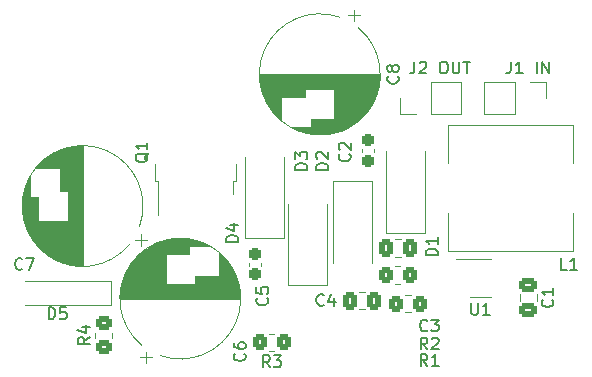
<source format=gto>
%TF.GenerationSoftware,KiCad,Pcbnew,(6.0.1)*%
%TF.CreationDate,2022-02-22T15:36:59+00:00*%
%TF.ProjectId,Phantom Power Supply,5068616e-746f-46d2-9050-6f7765722053,rev?*%
%TF.SameCoordinates,Original*%
%TF.FileFunction,Legend,Top*%
%TF.FilePolarity,Positive*%
%FSLAX46Y46*%
G04 Gerber Fmt 4.6, Leading zero omitted, Abs format (unit mm)*
G04 Created by KiCad (PCBNEW (6.0.1)) date 2022-02-22 15:36:59*
%MOMM*%
%LPD*%
G01*
G04 APERTURE LIST*
G04 Aperture macros list*
%AMRoundRect*
0 Rectangle with rounded corners*
0 $1 Rounding radius*
0 $2 $3 $4 $5 $6 $7 $8 $9 X,Y pos of 4 corners*
0 Add a 4 corners polygon primitive as box body*
4,1,4,$2,$3,$4,$5,$6,$7,$8,$9,$2,$3,0*
0 Add four circle primitives for the rounded corners*
1,1,$1+$1,$2,$3*
1,1,$1+$1,$4,$5*
1,1,$1+$1,$6,$7*
1,1,$1+$1,$8,$9*
0 Add four rect primitives between the rounded corners*
20,1,$1+$1,$2,$3,$4,$5,0*
20,1,$1+$1,$4,$5,$6,$7,0*
20,1,$1+$1,$6,$7,$8,$9,0*
20,1,$1+$1,$8,$9,$2,$3,0*%
G04 Aperture macros list end*
%ADD10C,0.150000*%
%ADD11C,0.120000*%
%ADD12O,1.700000X1.700000*%
%ADD13R,1.700000X1.700000*%
%ADD14R,1.560000X0.650000*%
%ADD15RoundRect,0.250000X0.450000X-0.350000X0.450000X0.350000X-0.450000X0.350000X-0.450000X-0.350000X0*%
%ADD16RoundRect,0.250000X0.350000X0.450000X-0.350000X0.450000X-0.350000X-0.450000X0.350000X-0.450000X0*%
%ADD17RoundRect,0.250000X-0.350000X-0.450000X0.350000X-0.450000X0.350000X0.450000X-0.350000X0.450000X0*%
%ADD18R,5.800000X6.400000*%
%ADD19R,1.200000X2.200000*%
%ADD20R,2.700000X3.600000*%
%ADD21R,3.300000X1.700000*%
%ADD22R,1.800000X3.500000*%
%ADD23R,2.000000X2.000000*%
%ADD24C,2.000000*%
%ADD25RoundRect,0.237500X0.237500X-0.300000X0.237500X0.300000X-0.237500X0.300000X-0.237500X-0.300000X0*%
%ADD26RoundRect,0.250000X-0.337500X-0.475000X0.337500X-0.475000X0.337500X0.475000X-0.337500X0.475000X0*%
%ADD27RoundRect,0.250000X0.337500X0.475000X-0.337500X0.475000X-0.337500X-0.475000X0.337500X-0.475000X0*%
%ADD28RoundRect,0.237500X-0.237500X0.300000X-0.237500X-0.300000X0.237500X-0.300000X0.237500X0.300000X0*%
%ADD29RoundRect,0.250000X-0.475000X0.337500X-0.475000X-0.337500X0.475000X-0.337500X0.475000X0.337500X0*%
G04 APERTURE END LIST*
D10*
%TO.C,J2 OUT*%
X85233142Y-48347380D02*
X85233142Y-49061666D01*
X85185523Y-49204523D01*
X85090285Y-49299761D01*
X84947428Y-49347380D01*
X84852190Y-49347380D01*
X85661714Y-48442619D02*
X85709333Y-48395000D01*
X85804571Y-48347380D01*
X86042666Y-48347380D01*
X86137904Y-48395000D01*
X86185523Y-48442619D01*
X86233142Y-48537857D01*
X86233142Y-48633095D01*
X86185523Y-48775952D01*
X85614095Y-49347380D01*
X86233142Y-49347380D01*
X87614095Y-48347380D02*
X87804571Y-48347380D01*
X87899809Y-48395000D01*
X87995047Y-48490238D01*
X88042666Y-48680714D01*
X88042666Y-49014047D01*
X87995047Y-49204523D01*
X87899809Y-49299761D01*
X87804571Y-49347380D01*
X87614095Y-49347380D01*
X87518857Y-49299761D01*
X87423619Y-49204523D01*
X87376000Y-49014047D01*
X87376000Y-48680714D01*
X87423619Y-48490238D01*
X87518857Y-48395000D01*
X87614095Y-48347380D01*
X88471238Y-48347380D02*
X88471238Y-49156904D01*
X88518857Y-49252142D01*
X88566476Y-49299761D01*
X88661714Y-49347380D01*
X88852190Y-49347380D01*
X88947428Y-49299761D01*
X88995047Y-49252142D01*
X89042666Y-49156904D01*
X89042666Y-48347380D01*
X89376000Y-48347380D02*
X89947428Y-48347380D01*
X89661714Y-49347380D02*
X89661714Y-48347380D01*
%TO.C,J1 IN*%
X93392809Y-48347380D02*
X93392809Y-49061666D01*
X93345190Y-49204523D01*
X93249952Y-49299761D01*
X93107095Y-49347380D01*
X93011857Y-49347380D01*
X94392809Y-49347380D02*
X93821380Y-49347380D01*
X94107095Y-49347380D02*
X94107095Y-48347380D01*
X94011857Y-48490238D01*
X93916619Y-48585476D01*
X93821380Y-48633095D01*
X95583285Y-49347380D02*
X95583285Y-48347380D01*
X96059476Y-49347380D02*
X96059476Y-48347380D01*
X96630904Y-49347380D01*
X96630904Y-48347380D01*
%TO.C,U1*%
X90043095Y-68794380D02*
X90043095Y-69603904D01*
X90090714Y-69699142D01*
X90138333Y-69746761D01*
X90233571Y-69794380D01*
X90424047Y-69794380D01*
X90519285Y-69746761D01*
X90566904Y-69699142D01*
X90614523Y-69603904D01*
X90614523Y-68794380D01*
X91614523Y-69794380D02*
X91043095Y-69794380D01*
X91328809Y-69794380D02*
X91328809Y-68794380D01*
X91233571Y-68937238D01*
X91138333Y-69032476D01*
X91043095Y-69080095D01*
%TO.C,R4*%
X57730380Y-71683666D02*
X57254190Y-72017000D01*
X57730380Y-72255095D02*
X56730380Y-72255095D01*
X56730380Y-71874142D01*
X56778000Y-71778904D01*
X56825619Y-71731285D01*
X56920857Y-71683666D01*
X57063714Y-71683666D01*
X57158952Y-71731285D01*
X57206571Y-71778904D01*
X57254190Y-71874142D01*
X57254190Y-72255095D01*
X57063714Y-70826523D02*
X57730380Y-70826523D01*
X56682761Y-71064619D02*
X57397047Y-71302714D01*
X57397047Y-70683666D01*
%TO.C,R3*%
X72985333Y-74215703D02*
X72652000Y-73739513D01*
X72413904Y-74215703D02*
X72413904Y-73215703D01*
X72794857Y-73215703D01*
X72890095Y-73263323D01*
X72937714Y-73310942D01*
X72985333Y-73406180D01*
X72985333Y-73549037D01*
X72937714Y-73644275D01*
X72890095Y-73691894D01*
X72794857Y-73739513D01*
X72413904Y-73739513D01*
X73318666Y-73215703D02*
X73937714Y-73215703D01*
X73604380Y-73596656D01*
X73747238Y-73596656D01*
X73842476Y-73644275D01*
X73890095Y-73691894D01*
X73937714Y-73787132D01*
X73937714Y-74025227D01*
X73890095Y-74120465D01*
X73842476Y-74168084D01*
X73747238Y-74215703D01*
X73461523Y-74215703D01*
X73366285Y-74168084D01*
X73318666Y-74120465D01*
%TO.C,R2*%
X86320333Y-72715380D02*
X85987000Y-72239190D01*
X85748904Y-72715380D02*
X85748904Y-71715380D01*
X86129857Y-71715380D01*
X86225095Y-71763000D01*
X86272714Y-71810619D01*
X86320333Y-71905857D01*
X86320333Y-72048714D01*
X86272714Y-72143952D01*
X86225095Y-72191571D01*
X86129857Y-72239190D01*
X85748904Y-72239190D01*
X86701285Y-71810619D02*
X86748904Y-71763000D01*
X86844142Y-71715380D01*
X87082238Y-71715380D01*
X87177476Y-71763000D01*
X87225095Y-71810619D01*
X87272714Y-71905857D01*
X87272714Y-72001095D01*
X87225095Y-72143952D01*
X86653666Y-72715380D01*
X87272714Y-72715380D01*
%TO.C,R1*%
X86320333Y-74112380D02*
X85987000Y-73636190D01*
X85748904Y-74112380D02*
X85748904Y-73112380D01*
X86129857Y-73112380D01*
X86225095Y-73160000D01*
X86272714Y-73207619D01*
X86320333Y-73302857D01*
X86320333Y-73445714D01*
X86272714Y-73540952D01*
X86225095Y-73588571D01*
X86129857Y-73636190D01*
X85748904Y-73636190D01*
X87272714Y-74112380D02*
X86701285Y-74112380D01*
X86987000Y-74112380D02*
X86987000Y-73112380D01*
X86891761Y-73255238D01*
X86796523Y-73350476D01*
X86701285Y-73398095D01*
%TO.C,Q1*%
X62722619Y-56102238D02*
X62675000Y-56197476D01*
X62579761Y-56292714D01*
X62436904Y-56435571D01*
X62389285Y-56530809D01*
X62389285Y-56626047D01*
X62627380Y-56578428D02*
X62579761Y-56673666D01*
X62484523Y-56768904D01*
X62294047Y-56816523D01*
X61960714Y-56816523D01*
X61770238Y-56768904D01*
X61675000Y-56673666D01*
X61627380Y-56578428D01*
X61627380Y-56387952D01*
X61675000Y-56292714D01*
X61770238Y-56197476D01*
X61960714Y-56149857D01*
X62294047Y-56149857D01*
X62484523Y-56197476D01*
X62579761Y-56292714D01*
X62627380Y-56387952D01*
X62627380Y-56578428D01*
X62627380Y-55197476D02*
X62627380Y-55768904D01*
X62627380Y-55483190D02*
X61627380Y-55483190D01*
X61770238Y-55578428D01*
X61865476Y-55673666D01*
X61913095Y-55768904D01*
%TO.C,L1*%
X98131333Y-65984380D02*
X97655142Y-65984380D01*
X97655142Y-64984380D01*
X98988476Y-65984380D02*
X98417047Y-65984380D01*
X98702761Y-65984380D02*
X98702761Y-64984380D01*
X98607523Y-65127238D01*
X98512285Y-65222476D01*
X98417047Y-65270095D01*
%TO.C,D5*%
X54252904Y-70147380D02*
X54252904Y-69147380D01*
X54491000Y-69147380D01*
X54633857Y-69195000D01*
X54729095Y-69290238D01*
X54776714Y-69385476D01*
X54824333Y-69575952D01*
X54824333Y-69718809D01*
X54776714Y-69909285D01*
X54729095Y-70004523D01*
X54633857Y-70099761D01*
X54491000Y-70147380D01*
X54252904Y-70147380D01*
X55729095Y-69147380D02*
X55252904Y-69147380D01*
X55205285Y-69623571D01*
X55252904Y-69575952D01*
X55348142Y-69528333D01*
X55586238Y-69528333D01*
X55681476Y-69575952D01*
X55729095Y-69623571D01*
X55776714Y-69718809D01*
X55776714Y-69956904D01*
X55729095Y-70052142D01*
X55681476Y-70099761D01*
X55586238Y-70147380D01*
X55348142Y-70147380D01*
X55252904Y-70099761D01*
X55205285Y-70052142D01*
%TO.C,D4*%
X70302380Y-63603095D02*
X69302380Y-63603095D01*
X69302380Y-63365000D01*
X69350000Y-63222142D01*
X69445238Y-63126904D01*
X69540476Y-63079285D01*
X69730952Y-63031666D01*
X69873809Y-63031666D01*
X70064285Y-63079285D01*
X70159523Y-63126904D01*
X70254761Y-63222142D01*
X70302380Y-63365000D01*
X70302380Y-63603095D01*
X69635714Y-62174523D02*
X70302380Y-62174523D01*
X69254761Y-62412619D02*
X69969047Y-62650714D01*
X69969047Y-62031666D01*
%TO.C,D3*%
X76144380Y-57507095D02*
X75144380Y-57507095D01*
X75144380Y-57269000D01*
X75192000Y-57126142D01*
X75287238Y-57030904D01*
X75382476Y-56983285D01*
X75572952Y-56935666D01*
X75715809Y-56935666D01*
X75906285Y-56983285D01*
X76001523Y-57030904D01*
X76096761Y-57126142D01*
X76144380Y-57269000D01*
X76144380Y-57507095D01*
X75144380Y-56602333D02*
X75144380Y-55983285D01*
X75525333Y-56316619D01*
X75525333Y-56173761D01*
X75572952Y-56078523D01*
X75620571Y-56030904D01*
X75715809Y-55983285D01*
X75953904Y-55983285D01*
X76049142Y-56030904D01*
X76096761Y-56078523D01*
X76144380Y-56173761D01*
X76144380Y-56459476D01*
X76096761Y-56554714D01*
X76049142Y-56602333D01*
%TO.C,D2*%
X77922380Y-57507095D02*
X76922380Y-57507095D01*
X76922380Y-57269000D01*
X76970000Y-57126142D01*
X77065238Y-57030904D01*
X77160476Y-56983285D01*
X77350952Y-56935666D01*
X77493809Y-56935666D01*
X77684285Y-56983285D01*
X77779523Y-57030904D01*
X77874761Y-57126142D01*
X77922380Y-57269000D01*
X77922380Y-57507095D01*
X77017619Y-56554714D02*
X76970000Y-56507095D01*
X76922380Y-56411857D01*
X76922380Y-56173761D01*
X76970000Y-56078523D01*
X77017619Y-56030904D01*
X77112857Y-55983285D01*
X77208095Y-55983285D01*
X77350952Y-56030904D01*
X77922380Y-56602333D01*
X77922380Y-55983285D01*
%TO.C,D1*%
X87193380Y-64746095D02*
X86193380Y-64746095D01*
X86193380Y-64508000D01*
X86241000Y-64365142D01*
X86336238Y-64269904D01*
X86431476Y-64222285D01*
X86621952Y-64174666D01*
X86764809Y-64174666D01*
X86955285Y-64222285D01*
X87050523Y-64269904D01*
X87145761Y-64365142D01*
X87193380Y-64508000D01*
X87193380Y-64746095D01*
X87193380Y-63222285D02*
X87193380Y-63793714D01*
X87193380Y-63508000D02*
X86193380Y-63508000D01*
X86336238Y-63603238D01*
X86431476Y-63698476D01*
X86479095Y-63793714D01*
%TO.C,C8*%
X83823142Y-49586989D02*
X83870761Y-49634608D01*
X83918380Y-49777465D01*
X83918380Y-49872703D01*
X83870761Y-50015561D01*
X83775523Y-50110799D01*
X83680285Y-50158418D01*
X83489809Y-50206037D01*
X83346952Y-50206037D01*
X83156476Y-50158418D01*
X83061238Y-50110799D01*
X82966000Y-50015561D01*
X82918380Y-49872703D01*
X82918380Y-49777465D01*
X82966000Y-49634608D01*
X83013619Y-49586989D01*
X83346952Y-49015561D02*
X83299333Y-49110799D01*
X83251714Y-49158418D01*
X83156476Y-49206037D01*
X83108857Y-49206037D01*
X83013619Y-49158418D01*
X82966000Y-49110799D01*
X82918380Y-49015561D01*
X82918380Y-48825084D01*
X82966000Y-48729846D01*
X83013619Y-48682227D01*
X83108857Y-48634608D01*
X83156476Y-48634608D01*
X83251714Y-48682227D01*
X83299333Y-48729846D01*
X83346952Y-48825084D01*
X83346952Y-49015561D01*
X83394571Y-49110799D01*
X83442190Y-49158418D01*
X83537428Y-49206037D01*
X83727904Y-49206037D01*
X83823142Y-49158418D01*
X83870761Y-49110799D01*
X83918380Y-49015561D01*
X83918380Y-48825084D01*
X83870761Y-48729846D01*
X83823142Y-48682227D01*
X83727904Y-48634608D01*
X83537428Y-48634608D01*
X83442190Y-48682227D01*
X83394571Y-48729846D01*
X83346952Y-48825084D01*
%TO.C,C7*%
X52030333Y-65889142D02*
X51982714Y-65936761D01*
X51839857Y-65984380D01*
X51744619Y-65984380D01*
X51601761Y-65936761D01*
X51506523Y-65841523D01*
X51458904Y-65746285D01*
X51411285Y-65555809D01*
X51411285Y-65412952D01*
X51458904Y-65222476D01*
X51506523Y-65127238D01*
X51601761Y-65032000D01*
X51744619Y-64984380D01*
X51839857Y-64984380D01*
X51982714Y-65032000D01*
X52030333Y-65079619D01*
X52363666Y-64984380D02*
X53030333Y-64984380D01*
X52601761Y-65984380D01*
%TO.C,C6*%
X70842142Y-73064666D02*
X70889761Y-73112285D01*
X70937380Y-73255142D01*
X70937380Y-73350380D01*
X70889761Y-73493238D01*
X70794523Y-73588476D01*
X70699285Y-73636095D01*
X70508809Y-73683714D01*
X70365952Y-73683714D01*
X70175476Y-73636095D01*
X70080238Y-73588476D01*
X69985000Y-73493238D01*
X69937380Y-73350380D01*
X69937380Y-73255142D01*
X69985000Y-73112285D01*
X70032619Y-73064666D01*
X69937380Y-72207523D02*
X69937380Y-72398000D01*
X69985000Y-72493238D01*
X70032619Y-72540857D01*
X70175476Y-72636095D01*
X70365952Y-72683714D01*
X70746904Y-72683714D01*
X70842142Y-72636095D01*
X70889761Y-72588476D01*
X70937380Y-72493238D01*
X70937380Y-72302761D01*
X70889761Y-72207523D01*
X70842142Y-72159904D01*
X70746904Y-72112285D01*
X70508809Y-72112285D01*
X70413571Y-72159904D01*
X70365952Y-72207523D01*
X70318333Y-72302761D01*
X70318333Y-72493238D01*
X70365952Y-72588476D01*
X70413571Y-72636095D01*
X70508809Y-72683714D01*
%TO.C,C5*%
X72747142Y-68365666D02*
X72794761Y-68413285D01*
X72842380Y-68556142D01*
X72842380Y-68651380D01*
X72794761Y-68794238D01*
X72699523Y-68889476D01*
X72604285Y-68937095D01*
X72413809Y-68984714D01*
X72270952Y-68984714D01*
X72080476Y-68937095D01*
X71985238Y-68889476D01*
X71890000Y-68794238D01*
X71842380Y-68651380D01*
X71842380Y-68556142D01*
X71890000Y-68413285D01*
X71937619Y-68365666D01*
X71842380Y-67460904D02*
X71842380Y-67937095D01*
X72318571Y-67984714D01*
X72270952Y-67937095D01*
X72223333Y-67841857D01*
X72223333Y-67603761D01*
X72270952Y-67508523D01*
X72318571Y-67460904D01*
X72413809Y-67413285D01*
X72651904Y-67413285D01*
X72747142Y-67460904D01*
X72794761Y-67508523D01*
X72842380Y-67603761D01*
X72842380Y-67841857D01*
X72794761Y-67937095D01*
X72747142Y-67984714D01*
%TO.C,C4*%
X77557333Y-68937142D02*
X77509714Y-68984761D01*
X77366857Y-69032380D01*
X77271619Y-69032380D01*
X77128761Y-68984761D01*
X77033523Y-68889523D01*
X76985904Y-68794285D01*
X76938285Y-68603809D01*
X76938285Y-68460952D01*
X76985904Y-68270476D01*
X77033523Y-68175238D01*
X77128761Y-68080000D01*
X77271619Y-68032380D01*
X77366857Y-68032380D01*
X77509714Y-68080000D01*
X77557333Y-68127619D01*
X78414476Y-68365714D02*
X78414476Y-69032380D01*
X78176380Y-67984761D02*
X77938285Y-68699047D01*
X78557333Y-68699047D01*
%TO.C,C3*%
X86320333Y-71096142D02*
X86272714Y-71143761D01*
X86129857Y-71191380D01*
X86034619Y-71191380D01*
X85891761Y-71143761D01*
X85796523Y-71048523D01*
X85748904Y-70953285D01*
X85701285Y-70762809D01*
X85701285Y-70619952D01*
X85748904Y-70429476D01*
X85796523Y-70334238D01*
X85891761Y-70239000D01*
X86034619Y-70191380D01*
X86129857Y-70191380D01*
X86272714Y-70239000D01*
X86320333Y-70286619D01*
X86653666Y-70191380D02*
X87272714Y-70191380D01*
X86939380Y-70572333D01*
X87082238Y-70572333D01*
X87177476Y-70619952D01*
X87225095Y-70667571D01*
X87272714Y-70762809D01*
X87272714Y-71000904D01*
X87225095Y-71096142D01*
X87177476Y-71143761D01*
X87082238Y-71191380D01*
X86796523Y-71191380D01*
X86701285Y-71143761D01*
X86653666Y-71096142D01*
%TO.C,C2*%
X79732142Y-56173666D02*
X79779761Y-56221285D01*
X79827380Y-56364142D01*
X79827380Y-56459380D01*
X79779761Y-56602238D01*
X79684523Y-56697476D01*
X79589285Y-56745095D01*
X79398809Y-56792714D01*
X79255952Y-56792714D01*
X79065476Y-56745095D01*
X78970238Y-56697476D01*
X78875000Y-56602238D01*
X78827380Y-56459380D01*
X78827380Y-56364142D01*
X78875000Y-56221285D01*
X78922619Y-56173666D01*
X78922619Y-55792714D02*
X78875000Y-55745095D01*
X78827380Y-55649857D01*
X78827380Y-55411761D01*
X78875000Y-55316523D01*
X78922619Y-55268904D01*
X79017857Y-55221285D01*
X79113095Y-55221285D01*
X79255952Y-55268904D01*
X79827380Y-55840333D01*
X79827380Y-55221285D01*
%TO.C,C1*%
X96906142Y-68492666D02*
X96953761Y-68540285D01*
X97001380Y-68683142D01*
X97001380Y-68778380D01*
X96953761Y-68921238D01*
X96858523Y-69016476D01*
X96763285Y-69064095D01*
X96572809Y-69111714D01*
X96429952Y-69111714D01*
X96239476Y-69064095D01*
X96144238Y-69016476D01*
X96049000Y-68921238D01*
X96001380Y-68778380D01*
X96001380Y-68683142D01*
X96049000Y-68540285D01*
X96096619Y-68492666D01*
X97001380Y-67540285D02*
X97001380Y-68111714D01*
X97001380Y-67826000D02*
X96001380Y-67826000D01*
X96144238Y-67921238D01*
X96239476Y-68016476D01*
X96287095Y-68111714D01*
D11*
%TO.C,J2 OUT*%
X86609000Y-50105000D02*
X89209000Y-50105000D01*
X84009000Y-52765000D02*
X84009000Y-51435000D01*
X86609000Y-52765000D02*
X86609000Y-50105000D01*
X86609000Y-52765000D02*
X89209000Y-52765000D01*
X89209000Y-52765000D02*
X89209000Y-50105000D01*
X85339000Y-52765000D02*
X84009000Y-52765000D01*
%TO.C,J1 IN*%
X95001000Y-50105000D02*
X96331000Y-50105000D01*
X91131000Y-50105000D02*
X91131000Y-52765000D01*
X93731000Y-50105000D02*
X91131000Y-50105000D01*
X93731000Y-50105000D02*
X93731000Y-52765000D01*
X96331000Y-50105000D02*
X96331000Y-51435000D01*
X93731000Y-52765000D02*
X91131000Y-52765000D01*
%TO.C,U1*%
X89905000Y-68285000D02*
X91705000Y-68285000D01*
X91705000Y-65065000D02*
X88755000Y-65065000D01*
%TO.C,R4*%
X58193000Y-71744064D02*
X58193000Y-71289936D01*
X59663000Y-71744064D02*
X59663000Y-71289936D01*
%TO.C,R3*%
X73379064Y-71378323D02*
X72924936Y-71378323D01*
X73379064Y-72848323D02*
X72924936Y-72848323D01*
%TO.C,R2*%
X83592936Y-65686000D02*
X84047064Y-65686000D01*
X83592936Y-67156000D02*
X84047064Y-67156000D01*
%TO.C,R1*%
X84465936Y-68099000D02*
X84920064Y-68099000D01*
X84465936Y-69569000D02*
X84920064Y-69569000D01*
%TO.C,Q1*%
X63225000Y-58477000D02*
X63495000Y-58477000D01*
X63225000Y-56977000D02*
X63225000Y-58477000D01*
X69855000Y-58477000D02*
X69855000Y-59577000D01*
X63495000Y-58477000D02*
X63495000Y-61307000D01*
X70125000Y-58477000D02*
X69855000Y-58477000D01*
X70125000Y-56977000D02*
X70125000Y-58477000D01*
%TO.C,L1*%
X98645000Y-53755000D02*
X98645000Y-56955000D01*
X88045000Y-64355000D02*
X88045000Y-61155000D01*
X88045000Y-53755000D02*
X98645000Y-53755000D01*
X98645000Y-64355000D02*
X88045000Y-64355000D01*
X88045000Y-56955000D02*
X88045000Y-53755000D01*
X98645000Y-61155000D02*
X98645000Y-64355000D01*
%TO.C,D5*%
X59541000Y-68945000D02*
X59541000Y-66945000D01*
X52241000Y-68945000D02*
X59541000Y-68945000D01*
X59541000Y-66945000D02*
X52241000Y-66945000D01*
%TO.C,D4*%
X70867000Y-63305323D02*
X70867000Y-56405323D01*
X70867000Y-63305323D02*
X74167000Y-63305323D01*
X74167000Y-63305323D02*
X74167000Y-56405323D01*
%TO.C,D3*%
X77850000Y-67265000D02*
X77850000Y-60365000D01*
X74550000Y-67265000D02*
X77850000Y-67265000D01*
X74550000Y-67265000D02*
X74550000Y-60365000D01*
%TO.C,D2*%
X78360000Y-58465000D02*
X78360000Y-65365000D01*
X81660000Y-58465000D02*
X78360000Y-58465000D01*
X81660000Y-58465000D02*
X81660000Y-65365000D01*
%TO.C,D1*%
X86105000Y-62820000D02*
X86105000Y-55920000D01*
X82805000Y-62820000D02*
X86105000Y-62820000D01*
X82805000Y-62820000D02*
X82805000Y-55920000D01*
%TO.C,C8*%
X73976000Y-51421323D02*
X72542000Y-51421323D01*
X80517000Y-53301323D02*
X76456000Y-53301323D01*
X73976000Y-52461323D02*
X73136000Y-52461323D01*
X80932000Y-52901323D02*
X78457000Y-52901323D01*
X79655000Y-53901323D02*
X74777000Y-53901323D01*
X82234000Y-50221323D02*
X72198000Y-50221323D01*
X73976000Y-52021323D02*
X72845000Y-52021323D01*
X73976000Y-51501323D02*
X72577000Y-51501323D01*
X73976000Y-52901323D02*
X73500000Y-52901323D01*
X82154000Y-50621323D02*
X72278000Y-50621323D01*
X82240000Y-50181323D02*
X72192000Y-50181323D01*
X73976000Y-52341323D02*
X73050000Y-52341323D01*
X81984000Y-51181323D02*
X78457000Y-51181323D01*
X82078000Y-50901323D02*
X78457000Y-50901323D01*
X73976000Y-52061323D02*
X72869000Y-52061323D01*
X80270000Y-53501323D02*
X76456000Y-53501323D01*
X75975000Y-51341323D02*
X72509000Y-51341323D01*
X82190000Y-50461323D02*
X72242000Y-50461323D01*
X80652000Y-53181323D02*
X76456000Y-53181323D01*
X75975000Y-50741323D02*
X72309000Y-50741323D01*
X78278000Y-54421323D02*
X76154000Y-54421323D01*
X82053000Y-50981323D02*
X78457000Y-50981323D01*
X82113000Y-50781323D02*
X78457000Y-50781323D01*
X73976000Y-53101323D02*
X73696000Y-53101323D01*
X82296000Y-49460323D02*
X72136000Y-49460323D01*
X81005000Y-52821323D02*
X78457000Y-52821323D01*
X82198000Y-50421323D02*
X72234000Y-50421323D01*
X79726000Y-53861323D02*
X74706000Y-53861323D01*
X75975000Y-51061323D02*
X72405000Y-51061323D01*
X80856000Y-52981323D02*
X78457000Y-52981323D01*
X73976000Y-52261323D02*
X72995000Y-52261323D01*
X73976000Y-53221323D02*
X73824000Y-53221323D01*
X81108000Y-52701323D02*
X78457000Y-52701323D01*
X73976000Y-52541323D02*
X73196000Y-52541323D01*
X80046000Y-53661323D02*
X76456000Y-53661323D01*
X79341000Y-54061323D02*
X75091000Y-54061323D01*
X75975000Y-50861323D02*
X72342000Y-50861323D01*
X81489000Y-52181323D02*
X78457000Y-52181323D01*
X79581000Y-53941323D02*
X74851000Y-53941323D01*
X73976000Y-53021323D02*
X73615000Y-53021323D01*
X81780000Y-51661323D02*
X78457000Y-51661323D01*
X81906000Y-51381323D02*
X78457000Y-51381323D01*
X82013000Y-51101323D02*
X78457000Y-51101323D01*
X81741000Y-51741323D02*
X78457000Y-51741323D01*
X73976000Y-52741323D02*
X73358000Y-52741323D01*
X73976000Y-53301323D02*
X73915000Y-53301323D01*
X81611000Y-51981323D02*
X78457000Y-51981323D01*
X80563000Y-53261323D02*
X76456000Y-53261323D01*
X82220000Y-50301323D02*
X72212000Y-50301323D01*
X82270000Y-49940323D02*
X72162000Y-49940323D01*
X81939000Y-51301323D02*
X78457000Y-51301323D01*
X82181000Y-50501323D02*
X72251000Y-50501323D01*
X73976000Y-52421323D02*
X73106000Y-52421323D01*
X73976000Y-52141323D02*
X72918000Y-52141323D01*
X79062000Y-54181323D02*
X75370000Y-54181323D01*
X75975000Y-51181323D02*
X72448000Y-51181323D01*
X79861000Y-53781323D02*
X76456000Y-53781323D01*
X80216000Y-53541323D02*
X76456000Y-53541323D01*
X80591000Y-44440677D02*
X79591000Y-44440677D01*
X73976000Y-51541323D02*
X72595000Y-51541323D01*
X73976000Y-52821323D02*
X73427000Y-52821323D01*
X81970000Y-51221323D02*
X78457000Y-51221323D01*
X81954000Y-51261323D02*
X78457000Y-51261323D01*
X82293000Y-49620323D02*
X72139000Y-49620323D01*
X81382000Y-52341323D02*
X78457000Y-52341323D01*
X81296000Y-52461323D02*
X78457000Y-52461323D01*
X73976000Y-52501323D02*
X73166000Y-52501323D01*
X73976000Y-52621323D02*
X73259000Y-52621323D01*
X82066000Y-50941323D02*
X78457000Y-50941323D01*
X82027000Y-51061323D02*
X78457000Y-51061323D01*
X81587000Y-52021323D02*
X78457000Y-52021323D01*
X73976000Y-52661323D02*
X73291000Y-52661323D01*
X73976000Y-52221323D02*
X72969000Y-52221323D01*
X75975000Y-50781323D02*
X72319000Y-50781323D01*
X81514000Y-52141323D02*
X78457000Y-52141323D01*
X73976000Y-51901323D02*
X72776000Y-51901323D01*
X82286000Y-49740323D02*
X72146000Y-49740323D01*
X73976000Y-53341323D02*
X73962000Y-53341323D01*
X73976000Y-51381323D02*
X72526000Y-51381323D01*
X81678000Y-51861323D02*
X78457000Y-51861323D01*
X79925000Y-53741323D02*
X76456000Y-53741323D01*
X73976000Y-53261323D02*
X73869000Y-53261323D01*
X82144000Y-50661323D02*
X72288000Y-50661323D01*
X73976000Y-52581323D02*
X73227000Y-52581323D01*
X78846000Y-54261323D02*
X75586000Y-54261323D01*
X75975000Y-51141323D02*
X72433000Y-51141323D01*
X81074000Y-52741323D02*
X78457000Y-52741323D01*
X79425000Y-54021323D02*
X75007000Y-54021323D01*
X73976000Y-51701323D02*
X72671000Y-51701323D01*
X73976000Y-51821323D02*
X72733000Y-51821323D01*
X75975000Y-51021323D02*
X72392000Y-51021323D01*
X81890000Y-51421323D02*
X78457000Y-51421323D01*
X75975000Y-50941323D02*
X72366000Y-50941323D01*
X82123000Y-50741323D02*
X78457000Y-50741323D01*
X80895000Y-52941323D02*
X78457000Y-52941323D01*
X82090000Y-50861323D02*
X78457000Y-50861323D01*
X82256000Y-50060323D02*
X72176000Y-50060323D01*
X80372000Y-53421323D02*
X76456000Y-53421323D01*
X80322000Y-53461323D02*
X76456000Y-53461323D01*
X81326000Y-52421323D02*
X78457000Y-52421323D01*
X82246000Y-50141323D02*
X72186000Y-50141323D01*
X81205000Y-52581323D02*
X78457000Y-52581323D01*
X82261000Y-50020323D02*
X72171000Y-50020323D01*
X81873000Y-51461323D02*
X78457000Y-51461323D01*
X81266000Y-52501323D02*
X78457000Y-52501323D01*
X82284000Y-49780323D02*
X72148000Y-49780323D01*
X75975000Y-51221323D02*
X72462000Y-51221323D01*
X73976000Y-52981323D02*
X73576000Y-52981323D01*
X82163000Y-50581323D02*
X72269000Y-50581323D01*
X78726000Y-54301323D02*
X75706000Y-54301323D01*
X79253000Y-54101323D02*
X75179000Y-54101323D01*
X81699000Y-51821323D02*
X78457000Y-51821323D01*
X82278000Y-49860323D02*
X72154000Y-49860323D01*
X82213000Y-50341323D02*
X72219000Y-50341323D01*
X82294000Y-49580323D02*
X72138000Y-49580323D01*
X81999000Y-51141323D02*
X78457000Y-51141323D01*
X82296000Y-49420323D02*
X72136000Y-49420323D01*
X81633000Y-51941323D02*
X78457000Y-51941323D01*
X82172000Y-50541323D02*
X72260000Y-50541323D01*
X73976000Y-52181323D02*
X72943000Y-52181323D01*
X73976000Y-51461323D02*
X72559000Y-51461323D01*
X80694000Y-53141323D02*
X78457000Y-53141323D01*
X80969000Y-52861323D02*
X78457000Y-52861323D01*
X73976000Y-51781323D02*
X72712000Y-51781323D01*
X81923000Y-51341323D02*
X78457000Y-51341323D01*
X80608000Y-53221323D02*
X76456000Y-53221323D01*
X82266000Y-49980323D02*
X72166000Y-49980323D01*
X81761000Y-51701323D02*
X78457000Y-51701323D01*
X81720000Y-51781323D02*
X78457000Y-51781323D01*
X82291000Y-49660323D02*
X72141000Y-49660323D01*
X73976000Y-51581323D02*
X72613000Y-51581323D01*
X82296000Y-49500323D02*
X72136000Y-49500323D01*
X80091000Y-43940677D02*
X80091000Y-44940677D01*
X80470000Y-53341323D02*
X76456000Y-53341323D01*
X81563000Y-52061323D02*
X78457000Y-52061323D01*
X81141000Y-52661323D02*
X78457000Y-52661323D01*
X78958000Y-54221323D02*
X75474000Y-54221323D01*
X80161000Y-53581323D02*
X76456000Y-53581323D01*
X81040000Y-52781323D02*
X78457000Y-52781323D01*
X73976000Y-53141323D02*
X73738000Y-53141323D01*
X80105000Y-53621323D02*
X76456000Y-53621323D01*
X81800000Y-51621323D02*
X78457000Y-51621323D01*
X77815000Y-54501323D02*
X76617000Y-54501323D01*
X82227000Y-50261323D02*
X72205000Y-50261323D01*
X75975000Y-51261323D02*
X72478000Y-51261323D01*
X82281000Y-49820323D02*
X72151000Y-49820323D01*
X73976000Y-51981323D02*
X72821000Y-51981323D01*
X81837000Y-51541323D02*
X78457000Y-51541323D01*
X80817000Y-53021323D02*
X78457000Y-53021323D01*
X78078000Y-54461323D02*
X76354000Y-54461323D01*
X80736000Y-53101323D02*
X78457000Y-53101323D01*
X75975000Y-50701323D02*
X72298000Y-50701323D01*
X73976000Y-52101323D02*
X72893000Y-52101323D01*
X82101000Y-50821323D02*
X78457000Y-50821323D01*
X78594000Y-54341323D02*
X75838000Y-54341323D01*
X81354000Y-52381323D02*
X78457000Y-52381323D01*
X75975000Y-51101323D02*
X72419000Y-51101323D01*
X73976000Y-51741323D02*
X72691000Y-51741323D01*
X81173000Y-52621323D02*
X78457000Y-52621323D01*
X81437000Y-52261323D02*
X78457000Y-52261323D01*
X82251000Y-50100323D02*
X72181000Y-50100323D01*
X80777000Y-53061323D02*
X78457000Y-53061323D01*
X82206000Y-50381323D02*
X72226000Y-50381323D01*
X82040000Y-51021323D02*
X78457000Y-51021323D01*
X75975000Y-50821323D02*
X72331000Y-50821323D01*
X78446000Y-54381323D02*
X75986000Y-54381323D01*
X73976000Y-52861323D02*
X73463000Y-52861323D01*
X82289000Y-49700323D02*
X72143000Y-49700323D01*
X81410000Y-52301323D02*
X78457000Y-52301323D01*
X73976000Y-51621323D02*
X72632000Y-51621323D01*
X80422000Y-53381323D02*
X76456000Y-53381323D01*
X79795000Y-53821323D02*
X76456000Y-53821323D01*
X81656000Y-51901323D02*
X78457000Y-51901323D01*
X82274000Y-49900323D02*
X72158000Y-49900323D01*
X73976000Y-51661323D02*
X72652000Y-51661323D01*
X73976000Y-51861323D02*
X72754000Y-51861323D01*
X81539000Y-52101323D02*
X78457000Y-52101323D01*
X81819000Y-51581323D02*
X78457000Y-51581323D01*
X73976000Y-52301323D02*
X73022000Y-52301323D01*
X75975000Y-51301323D02*
X72493000Y-51301323D01*
X79505000Y-53981323D02*
X74927000Y-53981323D01*
X75975000Y-50901323D02*
X72354000Y-50901323D01*
X81463000Y-52221323D02*
X78457000Y-52221323D01*
X73976000Y-51941323D02*
X72799000Y-51941323D01*
X75975000Y-50981323D02*
X72379000Y-50981323D01*
X82295000Y-49540323D02*
X72137000Y-49540323D01*
X73976000Y-52781323D02*
X73392000Y-52781323D01*
X79986000Y-53701323D02*
X76456000Y-53701323D01*
X81855000Y-51501323D02*
X78457000Y-51501323D01*
X81236000Y-52541323D02*
X78457000Y-52541323D01*
X73976000Y-52381323D02*
X73078000Y-52381323D01*
X73976000Y-52941323D02*
X73537000Y-52941323D01*
X79160000Y-54141323D02*
X75272000Y-54141323D01*
X82134000Y-50701323D02*
X78457000Y-50701323D01*
X73976000Y-53061323D02*
X73655000Y-53061323D01*
X73976000Y-53181323D02*
X73780000Y-53181323D01*
X73976000Y-52701323D02*
X73324000Y-52701323D01*
X78929098Y-44595420D02*
G75*
G03*
X80476000Y-45472311I-1713097J-4824904D01*
G01*
%TO.C,C7*%
X61957580Y-62292098D02*
G75*
G03*
X61080689Y-63839000I-4824904J1713097D01*
G01*
X53851677Y-57339000D02*
X53851677Y-56687000D01*
X53371677Y-57339000D02*
X53371677Y-57143000D01*
X53491677Y-57339000D02*
X53491677Y-57018000D01*
X55851677Y-65497000D02*
X55851677Y-61820000D01*
X52411677Y-62523000D02*
X52411677Y-58635000D01*
X53611677Y-57339000D02*
X53611677Y-56900000D01*
X54171677Y-57339000D02*
X54171677Y-56441000D01*
X54011677Y-64599000D02*
X54011677Y-61820000D01*
X55051677Y-65218000D02*
X55051677Y-61820000D01*
X52851677Y-63349000D02*
X52851677Y-59819000D01*
X53771677Y-57339000D02*
X53771677Y-56755000D01*
X57012677Y-65658000D02*
X57012677Y-55500000D01*
X55571677Y-59338000D02*
X55571677Y-55742000D01*
X54611677Y-57339000D02*
X54611677Y-56162000D01*
X54331677Y-64826000D02*
X54331677Y-61820000D01*
X55651677Y-59338000D02*
X55651677Y-55717000D01*
X52571677Y-62868000D02*
X52571677Y-58290000D01*
X55251677Y-59338000D02*
X55251677Y-55856000D01*
X54251677Y-57339000D02*
X54251677Y-56385000D01*
X54971677Y-65182000D02*
X54971677Y-61820000D01*
X54451677Y-64902000D02*
X54451677Y-61820000D01*
X54691677Y-57339000D02*
X54691677Y-56117000D01*
X54891677Y-57339000D02*
X54891677Y-56015000D01*
X56652677Y-65637000D02*
X56652677Y-55521000D01*
X54651677Y-65019000D02*
X54651677Y-61820000D01*
X52731677Y-63158000D02*
X52731677Y-59819000D01*
X53171677Y-63785000D02*
X53171677Y-59819000D01*
X54931677Y-57339000D02*
X54931677Y-55995000D01*
X54251677Y-64773000D02*
X54251677Y-61820000D01*
X56852677Y-65652000D02*
X56852677Y-55506000D01*
X53691677Y-57339000D02*
X53691677Y-56826000D01*
X52171677Y-61809000D02*
X52171677Y-59349000D01*
X55731677Y-59338000D02*
X55731677Y-55694000D01*
X55531677Y-65403000D02*
X55531677Y-61820000D01*
X56171677Y-65569000D02*
X56171677Y-55589000D01*
X53491677Y-64140000D02*
X53491677Y-61820000D01*
X56452677Y-65614000D02*
X56452677Y-55544000D01*
X54291677Y-64800000D02*
X54291677Y-61820000D01*
X53931677Y-64536000D02*
X53931677Y-61820000D01*
X54811677Y-57339000D02*
X54811677Y-56054000D01*
X55451677Y-59338000D02*
X55451677Y-55782000D01*
X54171677Y-64717000D02*
X54171677Y-61820000D01*
X52211677Y-61957000D02*
X52211677Y-59201000D01*
X55731677Y-65464000D02*
X55731677Y-61820000D01*
X54451677Y-57339000D02*
X54451677Y-56256000D01*
X55851677Y-59338000D02*
X55851677Y-55661000D01*
X53451677Y-64099000D02*
X53451677Y-61820000D01*
X52091677Y-61441000D02*
X52091677Y-59717000D01*
X53531677Y-64180000D02*
X53531677Y-61820000D01*
X55011677Y-65200000D02*
X55011677Y-61820000D01*
X54571677Y-57339000D02*
X54571677Y-56184000D01*
X56732677Y-65644000D02*
X56732677Y-55514000D01*
X55291677Y-59338000D02*
X55291677Y-55841000D01*
X56291677Y-65590000D02*
X56291677Y-55568000D01*
X52051677Y-61178000D02*
X52051677Y-59980000D01*
X54931677Y-65163000D02*
X54931677Y-61820000D01*
X52931677Y-63468000D02*
X52931677Y-59819000D01*
X53411677Y-57339000D02*
X53411677Y-57101000D01*
X53771677Y-64403000D02*
X53771677Y-61820000D01*
X52971677Y-63524000D02*
X52971677Y-59819000D01*
X52331677Y-62321000D02*
X52331677Y-58837000D01*
X53891677Y-64504000D02*
X53891677Y-61820000D01*
X54491677Y-64926000D02*
X54491677Y-61820000D01*
X53211677Y-63833000D02*
X53211677Y-59819000D01*
X62612323Y-63454000D02*
X61612323Y-63454000D01*
X57052677Y-65659000D02*
X57052677Y-55499000D01*
X54971677Y-57339000D02*
X54971677Y-55976000D01*
X56892677Y-65654000D02*
X56892677Y-55504000D01*
X54771677Y-65083000D02*
X54771677Y-61820000D01*
X54851677Y-65124000D02*
X54851677Y-61820000D01*
X56572677Y-65629000D02*
X56572677Y-55529000D01*
X53331677Y-63971000D02*
X53331677Y-59819000D01*
X55211677Y-65286000D02*
X55211677Y-61820000D01*
X54771677Y-57339000D02*
X54771677Y-56075000D01*
X53691677Y-64332000D02*
X53691677Y-61820000D01*
X53411677Y-64057000D02*
X53411677Y-61820000D01*
X55091677Y-57339000D02*
X55091677Y-55922000D01*
X54371677Y-57339000D02*
X54371677Y-56306000D01*
X56011677Y-65535000D02*
X56011677Y-55623000D01*
X54611677Y-64996000D02*
X54611677Y-61820000D01*
X57132677Y-65659000D02*
X57132677Y-55499000D01*
X55411677Y-65362000D02*
X55411677Y-61820000D01*
X56972677Y-65657000D02*
X56972677Y-55501000D01*
X56211677Y-65576000D02*
X56211677Y-55582000D01*
X56692677Y-65641000D02*
X56692677Y-55517000D01*
X54731677Y-65062000D02*
X54731677Y-61820000D01*
X52451677Y-62616000D02*
X52451677Y-58542000D01*
X52251677Y-62089000D02*
X52251677Y-59069000D01*
X55971677Y-65526000D02*
X55971677Y-55632000D01*
X53571677Y-57339000D02*
X53571677Y-56939000D01*
X55331677Y-59338000D02*
X55331677Y-55825000D01*
X56772677Y-65647000D02*
X56772677Y-55511000D01*
X54051677Y-64629000D02*
X54051677Y-61820000D01*
X55091677Y-65236000D02*
X55091677Y-61820000D01*
X56532677Y-65624000D02*
X56532677Y-55534000D01*
X53971677Y-64568000D02*
X53971677Y-61820000D01*
X56411677Y-65609000D02*
X56411677Y-55549000D01*
X54131677Y-64689000D02*
X54131677Y-61820000D01*
X53091677Y-63685000D02*
X53091677Y-59819000D01*
X53131677Y-63735000D02*
X53131677Y-59819000D01*
X56492677Y-65619000D02*
X56492677Y-55539000D01*
X55691677Y-65453000D02*
X55691677Y-61820000D01*
X53611677Y-64258000D02*
X53611677Y-61820000D01*
X55811677Y-65486000D02*
X55811677Y-61820000D01*
X55611677Y-59338000D02*
X55611677Y-55729000D01*
X55131677Y-65253000D02*
X55131677Y-61820000D01*
X55531677Y-59338000D02*
X55531677Y-55755000D01*
X54731677Y-57339000D02*
X54731677Y-56096000D01*
X54851677Y-57339000D02*
X54851677Y-56034000D01*
X52531677Y-62788000D02*
X52531677Y-58370000D01*
X53811677Y-64437000D02*
X53811677Y-61820000D01*
X55411677Y-59338000D02*
X55411677Y-55796000D01*
X52291677Y-62209000D02*
X52291677Y-58949000D01*
X53971677Y-57339000D02*
X53971677Y-56590000D01*
X55891677Y-65507000D02*
X55891677Y-55651000D01*
X53291677Y-57339000D02*
X53291677Y-57232000D01*
X52811677Y-63288000D02*
X52811677Y-59819000D01*
X54691677Y-65041000D02*
X54691677Y-61820000D01*
X55171677Y-57339000D02*
X55171677Y-55889000D01*
X53211677Y-57339000D02*
X53211677Y-57325000D01*
X56812677Y-65649000D02*
X56812677Y-55509000D01*
X54651677Y-57339000D02*
X54651677Y-56139000D01*
X54411677Y-64877000D02*
X54411677Y-61820000D01*
X55771677Y-59338000D02*
X55771677Y-55682000D01*
X54331677Y-57339000D02*
X54331677Y-56332000D01*
X53891677Y-57339000D02*
X53891677Y-56654000D01*
X54531677Y-64950000D02*
X54531677Y-61820000D01*
X55491677Y-65390000D02*
X55491677Y-61820000D01*
X55611677Y-65429000D02*
X55611677Y-61820000D01*
X53931677Y-57339000D02*
X53931677Y-56622000D01*
X54051677Y-57339000D02*
X54051677Y-56529000D01*
X54091677Y-64659000D02*
X54091677Y-61820000D01*
X54211677Y-64745000D02*
X54211677Y-61820000D01*
X56932677Y-65656000D02*
X56932677Y-55502000D01*
X55291677Y-65317000D02*
X55291677Y-61820000D01*
X55331677Y-65333000D02*
X55331677Y-61820000D01*
X53731677Y-57339000D02*
X53731677Y-56790000D01*
X55011677Y-57339000D02*
X55011677Y-55958000D01*
X62112323Y-63954000D02*
X62112323Y-62954000D01*
X53011677Y-63579000D02*
X53011677Y-59819000D01*
X52771677Y-63224000D02*
X52771677Y-59819000D01*
X55371677Y-59338000D02*
X55371677Y-55811000D01*
X52371677Y-62425000D02*
X52371677Y-58733000D01*
X54411677Y-57339000D02*
X54411677Y-56281000D01*
X54131677Y-57339000D02*
X54131677Y-56469000D01*
X56051677Y-65544000D02*
X56051677Y-55614000D01*
X55251677Y-65302000D02*
X55251677Y-61820000D01*
X56612677Y-65633000D02*
X56612677Y-55525000D01*
X56251677Y-65583000D02*
X56251677Y-55575000D01*
X53291677Y-63926000D02*
X53291677Y-59819000D01*
X54571677Y-64974000D02*
X54571677Y-61820000D01*
X53251677Y-57339000D02*
X53251677Y-57278000D01*
X53811677Y-57339000D02*
X53811677Y-56721000D01*
X54811677Y-65104000D02*
X54811677Y-61820000D01*
X55451677Y-65376000D02*
X55451677Y-61820000D01*
X55171677Y-65269000D02*
X55171677Y-61820000D01*
X54891677Y-65143000D02*
X54891677Y-61820000D01*
X53531677Y-57339000D02*
X53531677Y-56978000D01*
X52611677Y-62944000D02*
X52611677Y-58214000D01*
X54371677Y-64852000D02*
X54371677Y-61820000D01*
X55691677Y-59338000D02*
X55691677Y-55705000D01*
X52491677Y-62704000D02*
X52491677Y-58454000D01*
X52891677Y-63409000D02*
X52891677Y-59819000D01*
X54011677Y-57339000D02*
X54011677Y-56559000D01*
X53851677Y-64471000D02*
X53851677Y-61820000D01*
X53331677Y-57339000D02*
X53331677Y-57187000D01*
X54291677Y-57339000D02*
X54291677Y-56358000D01*
X53571677Y-64219000D02*
X53571677Y-61820000D01*
X55491677Y-59338000D02*
X55491677Y-55768000D01*
X52691677Y-63089000D02*
X52691677Y-58069000D01*
X56131677Y-65561000D02*
X56131677Y-55597000D01*
X53731677Y-64368000D02*
X53731677Y-61820000D01*
X57092677Y-65659000D02*
X57092677Y-55499000D01*
X53451677Y-57339000D02*
X53451677Y-57059000D01*
X55771677Y-65476000D02*
X55771677Y-61820000D01*
X55571677Y-65416000D02*
X55571677Y-61820000D01*
X52131677Y-61641000D02*
X52131677Y-59517000D01*
X55811677Y-59338000D02*
X55811677Y-55672000D01*
X53371677Y-64015000D02*
X53371677Y-59819000D01*
X56091677Y-65553000D02*
X56091677Y-55605000D01*
X55211677Y-59338000D02*
X55211677Y-55872000D01*
X53051677Y-63633000D02*
X53051677Y-59819000D01*
X54491677Y-57339000D02*
X54491677Y-56232000D01*
X55651677Y-65441000D02*
X55651677Y-61820000D01*
X55371677Y-65347000D02*
X55371677Y-61820000D01*
X54211677Y-57339000D02*
X54211677Y-56413000D01*
X56371677Y-65603000D02*
X56371677Y-55555000D01*
X55931677Y-65517000D02*
X55931677Y-55641000D01*
X53651677Y-57339000D02*
X53651677Y-56863000D01*
X55051677Y-57339000D02*
X55051677Y-55940000D01*
X54531677Y-57339000D02*
X54531677Y-56208000D01*
X56331677Y-65597000D02*
X56331677Y-55561000D01*
X52651677Y-63018000D02*
X52651677Y-58140000D01*
X53651677Y-64295000D02*
X53651677Y-61820000D01*
X54091677Y-57339000D02*
X54091677Y-56499000D01*
X53251677Y-63880000D02*
X53251677Y-59819000D01*
X55131677Y-57339000D02*
X55131677Y-55905000D01*
%TO.C,C6*%
X68645000Y-66412000D02*
X70079000Y-66412000D01*
X62104000Y-64532000D02*
X66165000Y-64532000D01*
X68645000Y-65372000D02*
X69485000Y-65372000D01*
X61689000Y-64932000D02*
X64164000Y-64932000D01*
X62966000Y-63932000D02*
X67844000Y-63932000D01*
X60387000Y-67612000D02*
X70423000Y-67612000D01*
X68645000Y-65812000D02*
X69776000Y-65812000D01*
X68645000Y-66332000D02*
X70044000Y-66332000D01*
X68645000Y-64932000D02*
X69121000Y-64932000D01*
X60467000Y-67212000D02*
X70343000Y-67212000D01*
X60381000Y-67652000D02*
X70429000Y-67652000D01*
X68645000Y-65492000D02*
X69571000Y-65492000D01*
X60637000Y-66652000D02*
X64164000Y-66652000D01*
X60543000Y-66932000D02*
X64164000Y-66932000D01*
X68645000Y-65772000D02*
X69752000Y-65772000D01*
X62351000Y-64332000D02*
X66165000Y-64332000D01*
X66646000Y-66492000D02*
X70112000Y-66492000D01*
X60431000Y-67372000D02*
X70379000Y-67372000D01*
X61969000Y-64652000D02*
X66165000Y-64652000D01*
X66646000Y-67092000D02*
X70312000Y-67092000D01*
X64343000Y-63412000D02*
X66467000Y-63412000D01*
X60568000Y-66852000D02*
X64164000Y-66852000D01*
X60508000Y-67052000D02*
X64164000Y-67052000D01*
X68645000Y-64732000D02*
X68925000Y-64732000D01*
X60325000Y-68373000D02*
X70485000Y-68373000D01*
X61616000Y-65012000D02*
X64164000Y-65012000D01*
X60423000Y-67412000D02*
X70387000Y-67412000D01*
X62895000Y-63972000D02*
X67915000Y-63972000D01*
X66646000Y-66772000D02*
X70216000Y-66772000D01*
X61765000Y-64852000D02*
X64164000Y-64852000D01*
X68645000Y-65572000D02*
X69626000Y-65572000D01*
X68645000Y-64612000D02*
X68797000Y-64612000D01*
X61513000Y-65132000D02*
X64164000Y-65132000D01*
X68645000Y-65292000D02*
X69425000Y-65292000D01*
X62575000Y-64172000D02*
X66165000Y-64172000D01*
X63280000Y-63772000D02*
X67530000Y-63772000D01*
X66646000Y-66972000D02*
X70279000Y-66972000D01*
X61132000Y-65652000D02*
X64164000Y-65652000D01*
X63040000Y-63892000D02*
X67770000Y-63892000D01*
X68645000Y-64812000D02*
X69006000Y-64812000D01*
X60841000Y-66172000D02*
X64164000Y-66172000D01*
X60715000Y-66452000D02*
X64164000Y-66452000D01*
X60608000Y-66732000D02*
X64164000Y-66732000D01*
X60880000Y-66092000D02*
X64164000Y-66092000D01*
X68645000Y-65092000D02*
X69263000Y-65092000D01*
X68645000Y-64532000D02*
X68706000Y-64532000D01*
X61010000Y-65852000D02*
X64164000Y-65852000D01*
X62058000Y-64572000D02*
X66165000Y-64572000D01*
X60401000Y-67532000D02*
X70409000Y-67532000D01*
X60351000Y-67893000D02*
X70459000Y-67893000D01*
X60682000Y-66532000D02*
X64164000Y-66532000D01*
X60440000Y-67332000D02*
X70370000Y-67332000D01*
X68645000Y-65412000D02*
X69515000Y-65412000D01*
X68645000Y-65692000D02*
X69703000Y-65692000D01*
X63559000Y-63652000D02*
X67251000Y-63652000D01*
X66646000Y-66652000D02*
X70173000Y-66652000D01*
X62760000Y-64052000D02*
X66165000Y-64052000D01*
X62405000Y-64292000D02*
X66165000Y-64292000D01*
X62030000Y-73392646D02*
X63030000Y-73392646D01*
X68645000Y-66292000D02*
X70026000Y-66292000D01*
X68645000Y-65012000D02*
X69194000Y-65012000D01*
X60651000Y-66612000D02*
X64164000Y-66612000D01*
X60667000Y-66572000D02*
X64164000Y-66572000D01*
X60328000Y-68213000D02*
X70482000Y-68213000D01*
X61239000Y-65492000D02*
X64164000Y-65492000D01*
X61325000Y-65372000D02*
X64164000Y-65372000D01*
X68645000Y-65332000D02*
X69455000Y-65332000D01*
X68645000Y-65212000D02*
X69362000Y-65212000D01*
X60555000Y-66892000D02*
X64164000Y-66892000D01*
X60594000Y-66772000D02*
X64164000Y-66772000D01*
X61034000Y-65812000D02*
X64164000Y-65812000D01*
X68645000Y-65172000D02*
X69330000Y-65172000D01*
X68645000Y-65612000D02*
X69652000Y-65612000D01*
X66646000Y-67052000D02*
X70302000Y-67052000D01*
X61107000Y-65692000D02*
X64164000Y-65692000D01*
X68645000Y-65932000D02*
X69845000Y-65932000D01*
X60335000Y-68093000D02*
X70475000Y-68093000D01*
X68645000Y-64492000D02*
X68659000Y-64492000D01*
X68645000Y-66452000D02*
X70095000Y-66452000D01*
X60943000Y-65972000D02*
X64164000Y-65972000D01*
X62696000Y-64092000D02*
X66165000Y-64092000D01*
X68645000Y-64572000D02*
X68752000Y-64572000D01*
X60477000Y-67172000D02*
X70333000Y-67172000D01*
X68645000Y-65252000D02*
X69394000Y-65252000D01*
X63775000Y-63572000D02*
X67035000Y-63572000D01*
X66646000Y-66692000D02*
X70188000Y-66692000D01*
X61547000Y-65092000D02*
X64164000Y-65092000D01*
X63196000Y-63812000D02*
X67614000Y-63812000D01*
X68645000Y-66132000D02*
X69950000Y-66132000D01*
X68645000Y-66012000D02*
X69888000Y-66012000D01*
X66646000Y-66812000D02*
X70229000Y-66812000D01*
X60731000Y-66412000D02*
X64164000Y-66412000D01*
X66646000Y-66892000D02*
X70255000Y-66892000D01*
X60498000Y-67092000D02*
X64164000Y-67092000D01*
X61726000Y-64892000D02*
X64164000Y-64892000D01*
X60531000Y-66972000D02*
X64164000Y-66972000D01*
X60365000Y-67773000D02*
X70445000Y-67773000D01*
X62249000Y-64412000D02*
X66165000Y-64412000D01*
X62299000Y-64372000D02*
X66165000Y-64372000D01*
X61295000Y-65412000D02*
X64164000Y-65412000D01*
X60375000Y-67692000D02*
X70435000Y-67692000D01*
X61416000Y-65252000D02*
X64164000Y-65252000D01*
X60360000Y-67813000D02*
X70450000Y-67813000D01*
X60748000Y-66372000D02*
X64164000Y-66372000D01*
X61355000Y-65332000D02*
X64164000Y-65332000D01*
X60337000Y-68053000D02*
X70473000Y-68053000D01*
X66646000Y-66612000D02*
X70159000Y-66612000D01*
X68645000Y-64852000D02*
X69045000Y-64852000D01*
X60458000Y-67252000D02*
X70352000Y-67252000D01*
X63895000Y-63532000D02*
X66915000Y-63532000D01*
X63368000Y-63732000D02*
X67442000Y-63732000D01*
X60922000Y-66012000D02*
X64164000Y-66012000D01*
X60343000Y-67973000D02*
X70467000Y-67973000D01*
X60408000Y-67492000D02*
X70402000Y-67492000D01*
X60327000Y-68253000D02*
X70483000Y-68253000D01*
X60622000Y-66692000D02*
X64164000Y-66692000D01*
X60325000Y-68413000D02*
X70485000Y-68413000D01*
X60988000Y-65892000D02*
X64164000Y-65892000D01*
X60449000Y-67292000D02*
X70361000Y-67292000D01*
X68645000Y-65652000D02*
X69678000Y-65652000D01*
X68645000Y-66372000D02*
X70062000Y-66372000D01*
X61927000Y-64692000D02*
X64164000Y-64692000D01*
X61652000Y-64972000D02*
X64164000Y-64972000D01*
X68645000Y-66052000D02*
X69909000Y-66052000D01*
X60698000Y-66492000D02*
X64164000Y-66492000D01*
X62013000Y-64612000D02*
X66165000Y-64612000D01*
X60355000Y-67853000D02*
X70455000Y-67853000D01*
X60860000Y-66132000D02*
X64164000Y-66132000D01*
X60901000Y-66052000D02*
X64164000Y-66052000D01*
X60330000Y-68173000D02*
X70480000Y-68173000D01*
X68645000Y-66252000D02*
X70008000Y-66252000D01*
X60325000Y-68333000D02*
X70485000Y-68333000D01*
X62530000Y-73892646D02*
X62530000Y-72892646D01*
X62151000Y-64492000D02*
X66165000Y-64492000D01*
X61058000Y-65772000D02*
X64164000Y-65772000D01*
X61480000Y-65172000D02*
X64164000Y-65172000D01*
X63663000Y-63612000D02*
X67147000Y-63612000D01*
X62460000Y-64252000D02*
X66165000Y-64252000D01*
X61581000Y-65052000D02*
X64164000Y-65052000D01*
X68645000Y-64692000D02*
X68883000Y-64692000D01*
X62516000Y-64212000D02*
X66165000Y-64212000D01*
X60821000Y-66212000D02*
X64164000Y-66212000D01*
X64806000Y-63332000D02*
X66004000Y-63332000D01*
X60394000Y-67572000D02*
X70416000Y-67572000D01*
X66646000Y-66572000D02*
X70143000Y-66572000D01*
X60340000Y-68013000D02*
X70470000Y-68013000D01*
X68645000Y-65852000D02*
X69800000Y-65852000D01*
X60784000Y-66292000D02*
X64164000Y-66292000D01*
X61804000Y-64812000D02*
X64164000Y-64812000D01*
X64543000Y-63372000D02*
X66267000Y-63372000D01*
X61885000Y-64732000D02*
X64164000Y-64732000D01*
X66646000Y-67132000D02*
X70323000Y-67132000D01*
X68645000Y-65732000D02*
X69728000Y-65732000D01*
X60520000Y-67012000D02*
X64164000Y-67012000D01*
X64027000Y-63492000D02*
X66783000Y-63492000D01*
X61267000Y-65452000D02*
X64164000Y-65452000D01*
X66646000Y-66732000D02*
X70202000Y-66732000D01*
X68645000Y-66092000D02*
X69930000Y-66092000D01*
X61448000Y-65212000D02*
X64164000Y-65212000D01*
X61184000Y-65572000D02*
X64164000Y-65572000D01*
X60370000Y-67733000D02*
X70440000Y-67733000D01*
X61844000Y-64772000D02*
X64164000Y-64772000D01*
X60415000Y-67452000D02*
X70395000Y-67452000D01*
X60581000Y-66812000D02*
X64164000Y-66812000D01*
X66646000Y-67012000D02*
X70290000Y-67012000D01*
X64175000Y-63452000D02*
X66635000Y-63452000D01*
X68645000Y-64972000D02*
X69158000Y-64972000D01*
X60332000Y-68133000D02*
X70478000Y-68133000D01*
X61211000Y-65532000D02*
X64164000Y-65532000D01*
X68645000Y-66212000D02*
X69989000Y-66212000D01*
X62199000Y-64452000D02*
X66165000Y-64452000D01*
X62826000Y-64012000D02*
X66165000Y-64012000D01*
X60965000Y-65932000D02*
X64164000Y-65932000D01*
X60347000Y-67933000D02*
X70463000Y-67933000D01*
X68645000Y-66172000D02*
X69969000Y-66172000D01*
X68645000Y-65972000D02*
X69867000Y-65972000D01*
X61082000Y-65732000D02*
X64164000Y-65732000D01*
X60802000Y-66252000D02*
X64164000Y-66252000D01*
X68645000Y-65532000D02*
X69599000Y-65532000D01*
X66646000Y-66532000D02*
X70128000Y-66532000D01*
X63116000Y-63852000D02*
X67694000Y-63852000D01*
X66646000Y-66932000D02*
X70267000Y-66932000D01*
X61158000Y-65612000D02*
X64164000Y-65612000D01*
X68645000Y-65892000D02*
X69822000Y-65892000D01*
X66646000Y-66852000D02*
X70242000Y-66852000D01*
X60326000Y-68293000D02*
X70484000Y-68293000D01*
X68645000Y-65052000D02*
X69229000Y-65052000D01*
X62635000Y-64132000D02*
X66165000Y-64132000D01*
X60766000Y-66332000D02*
X64164000Y-66332000D01*
X61385000Y-65292000D02*
X64164000Y-65292000D01*
X68645000Y-65452000D02*
X69543000Y-65452000D01*
X68645000Y-64892000D02*
X69084000Y-64892000D01*
X63461000Y-63692000D02*
X67349000Y-63692000D01*
X60487000Y-67132000D02*
X64164000Y-67132000D01*
X68645000Y-64772000D02*
X68966000Y-64772000D01*
X68645000Y-64652000D02*
X68841000Y-64652000D01*
X68645000Y-65132000D02*
X69297000Y-65132000D01*
X63691902Y-73237903D02*
G75*
G03*
X62145000Y-72361012I1713097J4824904D01*
G01*
%TO.C,C5*%
X71245000Y-65655590D02*
X71245000Y-65363056D01*
X72265000Y-65655590D02*
X72265000Y-65363056D01*
%TO.C,C4*%
X80510748Y-67845000D02*
X81033252Y-67845000D01*
X80510748Y-69315000D02*
X81033252Y-69315000D01*
%TO.C,C3*%
X84081252Y-64870000D02*
X83558748Y-64870000D01*
X84081252Y-63400000D02*
X83558748Y-63400000D01*
%TO.C,C2*%
X81790000Y-55733733D02*
X81790000Y-56026267D01*
X80770000Y-55733733D02*
X80770000Y-56026267D01*
%TO.C,C1*%
X95604000Y-68064748D02*
X95604000Y-68587252D01*
X94134000Y-68064748D02*
X94134000Y-68587252D01*
%TD*%
%LPC*%
D12*
%TO.C,J2 OUT*%
X87879000Y-51435000D03*
D13*
X85339000Y-51435000D03*
%TD*%
%TO.C,J1 IN*%
X95001000Y-51435000D03*
D12*
X92461000Y-51435000D03*
%TD*%
D14*
%TO.C,U1*%
X89455000Y-65725000D03*
X89455000Y-66675000D03*
X89455000Y-67625000D03*
X92155000Y-67625000D03*
X92155000Y-66675000D03*
X92155000Y-65725000D03*
%TD*%
D15*
%TO.C,R4*%
X58928000Y-72517000D03*
X58928000Y-70517000D03*
%TD*%
D16*
%TO.C,R3*%
X72152000Y-72113323D03*
X74152000Y-72113323D03*
%TD*%
D17*
%TO.C,R2*%
X82820000Y-66421000D03*
X84820000Y-66421000D03*
%TD*%
%TO.C,R1*%
X83693000Y-68834000D03*
X85693000Y-68834000D03*
%TD*%
D18*
%TO.C,Q1*%
X66675000Y-53907000D03*
D19*
X68955000Y-60207000D03*
X66675000Y-60207000D03*
X64395000Y-60207000D03*
%TD*%
D20*
%TO.C,L1*%
X97495000Y-59055000D03*
X89195000Y-59055000D03*
%TD*%
D21*
%TO.C,D5*%
X57741000Y-67945000D03*
X52241000Y-67945000D03*
%TD*%
D22*
%TO.C,D4*%
X72517000Y-56405323D03*
X72517000Y-61405323D03*
%TD*%
%TO.C,D3*%
X76200000Y-65365000D03*
X76200000Y-60365000D03*
%TD*%
%TO.C,D2*%
X80010000Y-60365000D03*
X80010000Y-65365000D03*
%TD*%
%TO.C,D1*%
X84455000Y-60920000D03*
X84455000Y-55920000D03*
%TD*%
D23*
%TO.C,C8*%
X77216000Y-46920323D03*
X79216000Y-46248179D03*
D24*
X77216000Y-51920323D03*
X75216000Y-52592467D03*
%TD*%
%TO.C,C7*%
X53960533Y-58579000D03*
X54632677Y-60579000D03*
D23*
X60304821Y-62579000D03*
X59632677Y-60579000D03*
%TD*%
%TO.C,C6*%
X65405000Y-70913000D03*
X63405000Y-71585144D03*
D24*
X65405000Y-65913000D03*
X67405000Y-65240856D03*
%TD*%
D25*
%TO.C,C5*%
X71755000Y-66371823D03*
X71755000Y-64646823D03*
%TD*%
D26*
%TO.C,C4*%
X79734500Y-68580000D03*
X81809500Y-68580000D03*
%TD*%
D27*
%TO.C,C3*%
X84857500Y-64135000D03*
X82782500Y-64135000D03*
%TD*%
D28*
%TO.C,C2*%
X81280000Y-55017500D03*
X81280000Y-56742500D03*
%TD*%
D29*
%TO.C,C1*%
X94869000Y-67288500D03*
X94869000Y-69363500D03*
%TD*%
M02*

</source>
